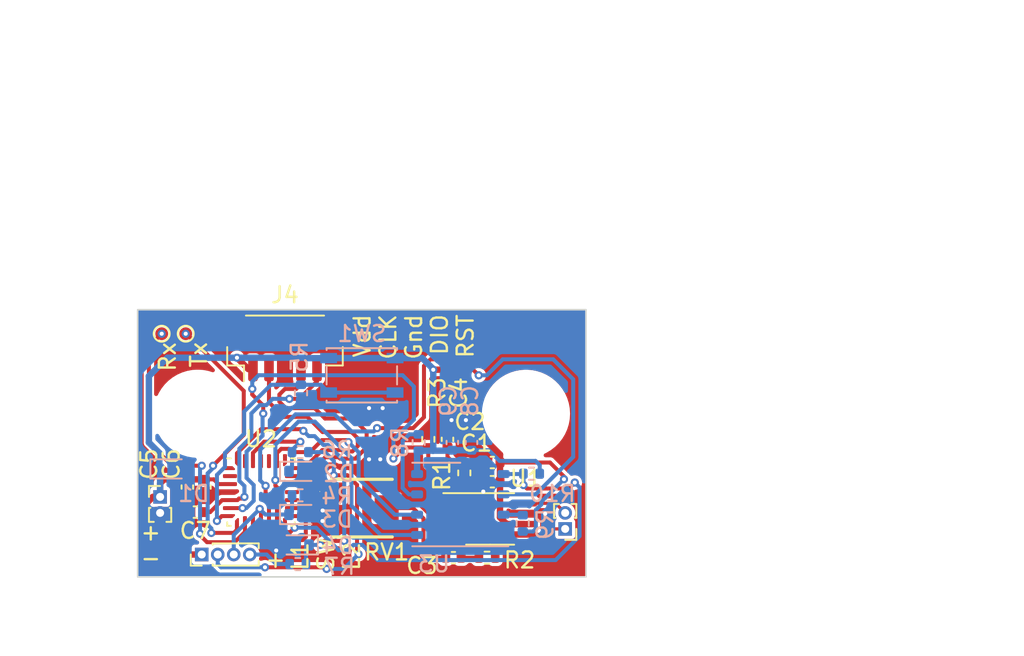
<source format=kicad_pcb>
(kicad_pcb (version 20221018) (generator pcbnew)
  (layers (0 "F.Cu" signal) (31 "B.Cu" signal) (34 "B.Paste" user) (35 "F.Paste" user) (36 "B.SilkS" user "B.Silkscreen") (37 "F.SilkS" user "F.Silkscreen") (38 "B.Mask" user) (39 "F.Mask" user) (44 "Edge.Cuts" user))
  (net 0 "")
  (net 1 "+BATT")
  (net 2 "GND")
  (net 3 "/Amp_In")
  (net 4 "Net-(C3-Pad2)")
  (net 5 "Net-(C4-Pad2)")
  (net 6 "/Reset")
  (net 7 "Net-(U1-IN+)")
  (net 8 "Net-(U1-IN-)")
  (net 9 "/Amp_SD")
  (net 10 "/SW2")
  (net 11 "/SW1")
  (net 13 "/Amp_Out+")
  (net 14 "/Amp_Out-")
  (net 17 "Net-(J2-Pin_2)")
  (net 18 "Net-(J2-Pin_4)")
  (net 19 "/LED1")
  (net 21 "/LED2")
  (net 25 "/SWDIO")
  (net 26 "/SWCLK")
  (net 31 "/UART_TX")
  (net 32 "/UART_RX")
  (net 34 "Net-(U3-IO3)")
  (net 35 "Net-(U3-IO2)")
  (net 36 "/CS")
  (net 37 "/SDI")
  (net 38 "/SDO")
  (net 39 "/SCK")
  (net 40 "Net-(C3-Pad1)")
  (footprint "Capacitor_SMD:C_0402_1005Metric" (layer "F.Cu") (at 123.6 62.65 180)
    (fp_text reference "C7")
    (fp_text value "100n")
  )
  (footprint "Library:npt_5mm" (layer "F.Cu") (at 123.75 56.5)
    (fp_text reference "REF**" hide)
    (fp_text value "npt_5mm")
  )
  (footprint "Capacitor_SMD:C_0402_1005Metric" (layer "F.Cu") (at 139.35 58.1 -90)
    (fp_text reference "C4")
    (fp_text value "1u")
  )
  (footprint "Package_DFN_QFN:QFN-28_4x4mm_P0.5mm" (layer "F.Cu") (at 127.7 61.4)
    (fp_text reference "U2")
    (fp_text value "STM32G071G8Ux")
  )
  (footprint "Library:npt_5mm" (layer "F.Cu") (at 144.25 56.5)
    (fp_text reference "REF**" hide)
    (fp_text value "npt_5mm")
  )
  (footprint "Library:TestPoint_Pad_D0.8mm" (layer "F.Cu") (at 121.5 51.5)
    (fp_text reference "TP2" hide)
    (fp_text value "TestPoint_Small")
  )
  (footprint "Resistor_SMD:R_0402_1005Metric" (layer "F.Cu") (at 140.4 60.2 -90)
    (fp_text reference "R1")
    (fp_text value "10k")
  )
  (footprint "Capacitor_SMD:C_0402_1005Metric" (layer "F.Cu") (at 124.2 61.0825 -90)
    (fp_text reference "C6")
    (fp_text value "100n")
  )
  (footprint "Package_SO:MSOP-8_3x3mm_P0.65mm" (layer "F.Cu") (at 142.0125 63.075)
    (fp_text reference "U1")
    (fp_text value "PAM8302AAD")
  )
  (footprint "Capacitor_SMD:C_0402_1005Metric" (layer "F.Cu") (at 142.15 59.55 180)
    (fp_text reference "C2")
    (fp_text value "1u")
  )
  (footprint "Connector_JST:JST_SH_BM05B-SRSS-TB_1x05-1MP_P1.00mm_Vertical" (layer "F.Cu") (at 129.2 52.375)
    (fp_text reference "J4")
    (fp_text value "JST SH")
  )
  (footprint "Connector_PinHeader_1.00mm:PinHeader_1x02_P1.00mm_Vertical" (layer "F.Cu") (at 121.4 61.7)
    (fp_text reference "J1" hide)
    (fp_text value "Conn_01x02")
  )
  (footprint "Connector_PinHeader_1.00mm:PinHeader_1x02_P1.00mm_Vertical" (layer "F.Cu") (at 146.7 63.7 180)
    (fp_text reference "J3" hide)
    (fp_text value "Speaker")
  )
  (footprint "Capacitor_SMD:C_0402_1005Metric" (layer "F.Cu") (at 142.15 60.75 180)
    (fp_text reference "C1")
    (fp_text value "10u")
  )
  (footprint "Connector_PinHeader_1.00mm:PinHeader_1x04_P1.00mm_Vertical" (layer "F.Cu") (at 124 65.3 90)
    (fp_text reference "J2" hide)
    (fp_text value "Conn_01x04")
  )
  (footprint "Capacitor_SMD:C_0402_1005Metric" (layer "F.Cu") (at 123.1 61.0825 -90)
    (fp_text reference "C5")
    (fp_text value "4.7u")
  )
  (footprint "Resistor_SMD:R_0402_1005Metric" (layer "F.Cu") (at 141.82 65.5)
    (fp_text reference "R2")
    (fp_text value "10k")
  )
  (footprint "Capacitor_SMD:C_0402_1005Metric" (layer "F.Cu") (at 139.72 65.5)
    (fp_text reference "C3")
    (fp_text value "1u")
  )
  (footprint "Library:TestPoint_Pad_D0.8mm" (layer "F.Cu") (at 123 51.5)
    (fp_text reference "TP1" hide)
    (fp_text value "TestPoint_Small")
  )
  (footprint "Library:TC33X2503E" (layer "F.Cu") (at 134 62.4 -90)
    (fp_text reference "RV1")
    (fp_text value "10k" hide)
  )
  (footprint "Resistor_SMD:R_0402_1005Metric" (layer "F.Cu") (at 138.15 58.1 -90)
    (fp_text reference "R3")
    (fp_text value "10k")
  )
  (footprint "Resistor_SMD:R_0402_1005Metric" (layer "B.Cu") (at 130.15 61.6 180)
    (fp_text reference "R4")
    (fp_text value "100k")
  )
  (footprint "Resistor_SMD:R_0402_1005Metric" (layer "B.Cu") (at 130 65.9 180)
    (fp_text reference "R7")
    (fp_text value "100")
  )
  (footprint "Resistor_SMD:R_0402_1005Metric" (layer "B.Cu") (at 144.05 63.35 90)
    (fp_text reference "R9")
    (fp_text value "10k")
  )
  (footprint "Diode_SMD:D_SOD-523" (layer "B.Cu") (at 130 64.7 180)
    (fp_text reference "D4")
    (fp_text value "ESD5Zxx")
  )
  (footprint "Capacitor_SMD:C_0402_1005Metric" (layer "B.Cu") (at 140.85 58.3 90)
    (fp_text reference "C8")
    (fp_text value "1u")
  )
  (footprint "Package_SON:WSON-8-1EP_6x5mm_P1.27mm_EP3.4x4.3mm" (layer "B.Cu") (at 140.15 62.175 180)
    (fp_text reference "U3")
    (fp_text value "W25Q32JVZP")
  )
  (footprint "Resistor_SMD:R_0402_1005Metric" (layer "B.Cu") (at 130.15 58.9 180)
    (fp_text reference "R6")
    (fp_text value "100")
  )
  (footprint "Diode_SMD:D_SOD-523" (layer "B.Cu") (at 130.15 62.8)
    (fp_text reference "D3")
    (fp_text value "ESD5Zxx")
  )
  (footprint "Resistor_SMD:R_0402_1005Metric" (layer "B.Cu") (at 137.55 58.3 -90)
    (fp_text reference "R8")
    (fp_text value "10k")
  )
  (footprint "Resistor_SMD:R_0402_1005Metric" (layer "B.Cu") (at 130.2 55.2 90)
    (fp_text reference "R5")
    (fp_text value "100k")
  )
  (footprint "Resistor_SMD:R_0402_1005Metric" (layer "B.Cu") (at 144.6 60.25)
    (fp_text reference "R10")
    (fp_text value "10k")
  )
  (footprint "Button_Switch_SMD:SW_SPST_PTS810" (layer "B.Cu") (at 134 54.1 180)
    (fp_text reference "SW1")
    (fp_text value "PTS810")
  )
  (footprint "Diode_SMD:D_SOD-523" (layer "B.Cu") (at 130.15 60.1)
    (fp_text reference "D2")
    (fp_text value "ESD5Zxx")
  )
  (footprint "Capacitor_SMD:C_0402_1005Metric" (layer "B.Cu") (at 139.65 58.3 90)
    (fp_text reference "C9")
    (fp_text value "100n")
  )
  (footprint "Diode_SMD:D_SOD-523" (layer "B.Cu") (at 122.05 59.95)
    (fp_text reference "D1")
    (fp_text value "ESD5Zxx")
  )
  (gr_rect (start 120 50) (end 148 66.7) (stroke (width 0.1)) (fill none) (layer "Edge.Cuts"))
  (gr_text "+\n-" (at 120.1 66.1) (layer "F.SilkS") (effects (font (size 1 1)) (justify left bottom)))
  (gr_text "Rx" (at 122.45 53.95 90) (layer "F.SilkS") (effects (font (size 1 1)) (justify left bottom)))
  (gr_text "Vdd\nCLK\nGnd\nDIO\nRST" (at 141.05 50.2 90) (layer "F.SilkS") (effects (font (size 1 1)) (justify right bottom)))
  (gr_text "+\nL1\nSW\nL2" (at 133.95 66.4 90) (layer "F.SilkS") (effects (font (size 1 1)) (justify left bottom)))
  (gr_text "Tx" (at 124.4 53.7 90) (layer "F.SilkS") (effects (font (size 1 1)) (justify left bottom)))
  (segment (start 127.2 53.7) (end 126.9 53.7) (width 0.4) (layer "F.Cu") (net 1))
  (segment (start 141.2 55.4) (end 141.2 57.62193) (width 0.4) (layer "F.Cu") (net 1))
  (segment (start 145.75 59.55) (end 142.63 59.55) (width 0.25) (layer "F.Cu") (net 1))
  (segment (start 125.7625 60.9) (end 125.05 60.9) (width 0.25) (layer "F.Cu") (net 1))
  (segment (start 146.623034 60.423034) (end 145.75 59.55) (width 0.25) (layer "F.Cu") (net 1))
  (segment (start 123.1 60.6025) (end 124.2 60.6025) (width 0.4) (layer "F.Cu") (net 1))
  (segment (start 120.95 61.7) (end 120.575 62.075) (width 0.4) (layer "F.Cu") (net 1))
  (segment (start 146.623034 60.594385) (end 146.623034 60.423034) (width 0.25) (layer "F.Cu") (net 1))
  (segment (start 142.63 59.05193) (end 142.63 59.55) (width 0.4) (layer "F.Cu") (net 1))
  (segment (start 125.05 60.9) (end 124.7525 60.6025) (width 0.25) (layer "F.Cu") (net 1))
  (segment (start 120.575 64.325) (end 121.55 65.3) (width 0.4) (layer "F.Cu") (net 1))
  (segment (start 121.6475 60.6025) (end 123.1 60.6025) (width 0.4) (layer "F.Cu") (net 1))
  (segment (start 121.4 61.7) (end 121.4 60.85) (width 0.4) (layer "F.Cu") (net 1))
  (segment (start 121.4 60.85) (end 121.6475 60.6025) (width 0.4) (layer "F.Cu") (net 1))
  (segment (start 138.46 53.75) (end 139.55 53.75) (width 0.4) (layer "F.Cu") (net 1))
  (segment (start 142.63 62.98) (end 142.63 60.75) (width 0.4) (layer "F.Cu") (net 1))
  (segment (start 121.55 65.3) (end 124 65.3) (width 0.4) (layer "F.Cu") (net 1))
  (segment (start 143.05 63.4) (end 142.63 62.98) (width 0.4) (layer "F.Cu") (net 1))
  (segment (start 126.9 53.7) (end 126.2 53) (width 0.4) (layer "F.Cu") (net 1))
  (segment (start 141.2 57.62193) (end 142.63 59.05193) (width 0.4) (layer "F.Cu") (net 1))
  (segment (start 139.55 53.75) (end 141.2 55.4) (width 0.4) (layer "F.Cu") (net 1))
  (segment (start 120.575 62.075) (end 120.575 64.325) (width 0.4) (layer "F.Cu") (net 1))
  (segment (start 121.4 61.7) (end 120.95 61.7) (width 0.4) (layer "F.Cu") (net 1))
  (segment (start 142.63 59.55) (end 142.63 60.75) (width 0.4) (layer "F.Cu") (net 1))
  (segment (start 124.7525 60.6025) (end 124.2 60.6025) (width 0.25) (layer "F.Cu") (net 1))
  (segment (start 144.125 63.4) (end 143.05 63.4) (width 0.4) (layer "F.Cu") (net 1))
  (via (at 146.623034 60.594385) (size 0.508) (drill 0.254) (layers "F.Cu" "B.Cu") (net 1))
  (via (at 126.2 53) (size 0.508) (drill 0.254) (layers "F.Cu" "B.Cu") (net 1))
  (via (at 138.46 53.75) (size 0.508) (drill 0.254) (layers "F.Cu" "B.Cu") (net 1))
  (segment (start 137.775 53.025) (end 138.46 53.71) (width 0.4) (layer "B.Cu") (net 1))
  (segment (start 144.85 59.45) (end 142.6 59.45) (width 0.25) (layer "B.Cu") (net 1))
  (segment (start 144.69 63.86) (end 144.05 63.86) (width 0.25) (layer "B.Cu") (net 1))
  (segment (start 142.6 59.45) (end 141.93 58.78) (width 0.25) (layer "B.Cu") (net 1))
  (segment (start 145.11 59.71) (end 144.85 59.45) (width 0.25) (layer "B.Cu") (net 1))
  (segment (start 138.46 58.8) (end 138.45 58.81) (width 0.4) (layer "B.Cu") (net 1))
  (segment (start 145.11 60.25) (end 145.11 59.71) (width 0.25) (layer "B.Cu") (net 1))
  (segment (start 145.21017 62.171) (end 144.871 62.51017) (width 0.25) (layer "B.Cu") (net 1))
  (segment (start 130.475 53.025) (end 130.45 53) (width 0.4) (layer "B.Cu") (net 1))
  (segment (start 121.4 60) (end 121.35 59.95) (width 0.4) (layer "B.Cu") (net 1))
  (segment (start 136.075 53.025) (end 137.775 53.025) (width 0.4) (layer "B.Cu") (net 1))
  (segment (start 120.7 58.3) (end 121.35 58.95) (width 0.4) (layer "B.Cu") (net 1))
  (segment (start 138.46 53.75) (end 138.46 58.8) (width 0.4) (layer "B.Cu") (net 1))
  (segment (start 145.21017 62.007249) (end 145.21017 62.171) (width 0.25) (layer "B.Cu") (net 1))
  (segment (start 121.4 61.7) (end 121.4 60) (width 0.4) (layer "B.Cu") (net 1))
  (segment (start 137.55 58.81) (end 138.45 58.81) (width 0.4) (layer "B.Cu") (net 1))
  (segment (start 144.871 63.679) (end 144.69 63.86) (width 0.25) (layer "B.Cu") (net 1))
  (segment (start 121.85 53) (end 120.7 54.15) (width 0.4) (layer "B.Cu") (net 1))
  (segment (start 139.62 58.81) (end 139.65 58.78) (width 0.4) (layer "B.Cu") (net 1))
  (segment (start 121.35 58.95) (end 121.35 59.95) (width 0.4) (layer "B.Cu") (net 1))
  (segment (start 138.46 53.71) (end 138.46 53.75) (width 0.4) (layer "B.Cu") (net 1))
  (segment (start 131.925 53.025) (end 130.475 53.025) (width 0.4) (layer "B.Cu") (net 1))
  (segment (start 140.85 58.78) (end 139.65 58.78) (width 0.4) (layer "B.Cu") (net 1))
  (segment (start 136.075 53.025) (end 131.925 53.025) (width 0.4) (layer "B.Cu") (net 1))
  (segment (start 137.45 60.27) (end 137.45 58.91) (width 0.4) (layer "B.Cu") (net 1))
  (segment (start 141.93 58.78) (end 140.85 58.78) (width 0.25) (layer "B.Cu") (net 1))
  (segment (start 137.45 58.91) (end 137.55 58.81) (width 0.4) (layer "B.Cu") (net 1))
  (segment (start 146.623034 60.594385) (end 145.21017 62.007249) (width 0.25) (layer "B.Cu") (net 1))
  (segment (start 144.871 62.51017) (end 144.871 63.679) (width 0.25) (layer "B.Cu") (net 1))
  (segment (start 138.45 58.81) (end 139.62 58.81) (width 0.4) (layer "B.Cu") (net 1))
  (segment (start 120.7 54.15) (end 120.7 58.3) (width 0.4) (layer "B.Cu") (net 1))
  (segment (start 130.45 53) (end 121.85 53) (width 0.4) (layer "B.Cu") (net 1))
  (segment (start 121.4 62.7) (end 123.07 62.7) (width 0.4) (layer "F.Cu") (net 2))
  (segment (start 125.7625 61.4) (end 124.3625 61.4) (width 0.25) (layer "F.Cu") (net 2))
  (segment (start 123.1 62.63) (end 123.12 62.65) (width 0.4) (layer "F.Cu") (net 2))
  (segment (start 123.1 61.5625) (end 124.2 61.5625) (width 0.4) (layer "F.Cu") (net 2))
  (segment (start 144.125 62.75) (end 145.45 62.75) (width 0.25) (layer "F.Cu") (net 2))
  (segment (start 124.3625 61.4) (end 124.2 61.5625) (width 0.25) (layer "F.Cu") (net 2))
  (segment (start 123.07 62.7) (end 123.12 62.65) (width 0.4) (layer "F.Cu") (net 2))
  (segment (start 141.67 59.55) (end 141.67 60.75) (width 0.4) (layer "F.Cu") (net 2))
  (segment (start 123.1 61.5625) (end 123.1 62.63) (width 0.4) (layer "F.Cu") (net 2))
  (segment (start 141.584062 61.365938) (end 141.67 61.28) (width 0.4) (layer "F.Cu") (net 2))
  (segment (start 141.67 61.28) (end 141.67 60.75) (width 0.4) (layer "F.Cu") (net 2))
  (via (at 135.3 56.15) (size 0.508) (drill 0.254) (layers "F.Cu" "B.Cu") (net 2))
  (via (at 141.584062 61.365938) (size 0.508) (drill 0.254) (layers "F.Cu" "B.Cu") (net 2))
  (via (at 134.45 56.15) (size 0.508) (drill 0.254) (layers "F.Cu" "B.Cu") (net 2))
  (via (at 139.6 56.9) (size 0.508) (drill 0.254) (layers "F.Cu" "B.Cu") (net 2))
  (via (at 128.65 65.05) (size 0.508) (drill 0.254) (layers "F.Cu" "B.Cu") (net 2))
  (via (at 131.55 62.55) (size 0.508) (drill 0.254) (layers "F.Cu" "B.Cu") (net 2))
  (via (at 140.5 56.9) (size 0.508) (drill 0.254) (layers "F.Cu" "B.Cu") (net 2))
  (via (at 145.45 62.75) (size 0.508) (drill 0.254) (layers "F.Cu" "B.Cu") (net 2))
  (via (at 135.15 59.35) (size 0.508) (drill 0.254) (layers "F.Cu" "B.Cu") (net 2))
  (via (at 134.45 59.35) (size 0.508) (drill 0.254) (layers "F.Cu" "B.Cu") (net 2))
  (via (at 131.54197 63.205395) (size 0.508) (drill 0.254) (layers "F.Cu" "B.Cu") (net 2))
  (segment (start 130.85 61.41) (end 130.66 61.6) (width 0.25) (layer "B.Cu") (net 2))
  (segment (start 130.85 60.1) (end 130.85 61.41) (width 0.25) (layer "B.Cu") (net 2))
  (segment (start 142.055 64.08) (end 140.15 62.175) (width 0.4) (layer "B.Cu") (net 2))
  (segment (start 130.66 61.6) (end 130.66 62.61) (width 0.25) (layer "B.Cu") (net 2))
  (segment (start 142.85 64.08) (end 142.055 64.08) (width 0.4) (layer "B.Cu") (net 2))
  (segment (start 139.65 57.82) (end 140.85 57.82) (width 0.25) (layer "B.Cu") (net 2))
  (segment (start 130.66 62.61) (end 130.85 62.8) (width 0.25) (layer "B.Cu") (net 2))
  (segment (start 127.2 63.3375) (end 127.2 64.1) (width 0.25) (layer "F.Cu") (net 3))
  (segment (start 130.5 61.9) (end 131 61.4) (width 0.25) (layer "F.Cu") (net 3))
  (segment (start 127.5 64.4) (end 130.3 64.4) (width 0.25) (layer "F.Cu") (net 3))
  (segment (start 131 61.4) (end 132.3 61.4) (width 0.25) (layer "F.Cu") (net 3))
  (segment (start 127.2 64.1) (end 127.5 64.4) (width 0.25) (layer "F.Cu") (net 3))
  (segment (start 130.5 64.2) (end 130.5 61.9) (width 0.25) (layer "F.Cu") (net 3))
  (segment (start 130.3 64.4) (end 130.5 64.2) (width 0.25) (layer "F.Cu") (net 3))
  (segment (start 140.2 65.5) (end 141.31 65.5) (width 0.25) (layer "F.Cu") (net 4))
  (segment (start 139.35 58.58) (end 139.35 59.2) (width 0.25) (layer "F.Cu") (net 5))
  (segment (start 139.84 59.69) (end 140.4 59.69) (width 0.25) (layer "F.Cu") (net 5))
  (segment (start 139.35 59.2) (end 139.84 59.69) (width 0.25) (layer "F.Cu") (net 5))
  (segment (start 126.23117 61.9) (end 125.7625 61.9) (width 0.25) (layer "F.Cu") (net 6))
  (segment (start 131.2 54.474999) (end 131.2 53.7) (width 0.25) (layer "F.Cu") (net 6))
  (segment (start 126.568437 61.8) (end 126.33117 61.8) (width 0.25) (layer "F.Cu") (net 6))
  (segment (start 125.27526 61.9) (end 124.52526 62.65) (width 0.25) (layer "F.Cu") (net 6))
  (segment (start 126.33117 61.8) (end 126.23117 61.9) (width 0.25) (layer "F.Cu") (net 6))
  (segment (start 129.4741 55.571266) (end 130.103733 55.571266) (width 0.25) (layer "F.Cu") (net 6))
  (segment (start 129.4741 55.571266) (end 129.4811 55.578266) (width 0.25) (layer "F.Cu") (net 6))
  (segment (start 130.103733 55.571266) (end 131.2 54.474999) (width 0.25) (layer "F.Cu") (net 6))
  (segment (start 124.52526 62.65) (end 124.08 62.65) (width 0.25) (layer "F.Cu") (net 6))
  (segment (start 126.666313 61.702124) (end 126.568437 61.8) (width 0.25) (layer "F.Cu") (net 6))
  (segment (start 125.7625 61.9) (end 125.27526 61.9) (width 0.25) (layer "F.Cu") (net 6))
  (via (at 129.4741 55.571266) (size 0.508) (drill 0.254) (layers "F.Cu" "B.Cu") (net 6))
  (via (at 126.666313 61.702124) (size 0.508) (drill 0.254) (layers "F.Cu" "B.Cu") (net 6))
  (segment (start 128.428734 55.571266) (end 128.040536 55.959464) (width 0.25) (layer "B.Cu") (net 6))
  (segment (start 128.040536 55.959464) (end 127.62075 55.959464) (width 0.25) (layer "B.Cu") (net 6))
  (segment (start 127.1 56.480214) (end 127.1 57.936396) (width 0.25) (layer "B.Cu") (net 6))
  (segment (start 127.62075 55.959464) (end 127.1 56.480214) (width 0.25) (layer "B.Cu") (net 6))
  (segment (start 129.4741 55.571266) (end 128.428734 55.571266) (width 0.25) (layer "B.Cu") (net 6))
  (segment (start 126.35 58.686396) (end 126.35 60.7) (width 0.25) (layer "B.Cu") (net 6))
  (segment (start 126.666313 61.016313) (end 126.666313 61.702124) (width 0.25) (layer "B.Cu") (net 6))
  (segment (start 127.1 57.936396) (end 126.35 58.686396) (width 0.25) (layer "B.Cu") (net 6))
  (segment (start 126.35 60.7) (end 126.666313 61.016313) (width 0.25) (layer "B.Cu") (net 6))
  (segment (start 140.4 60.71) (end 140.4 61) (width 0.25) (layer "F.Cu") (net 7))
  (segment (start 140.4 61) (end 141.65 62.25) (width 0.25) (layer "F.Cu") (net 7))
  (segment (start 141.65 62.25) (end 141.65 63.1) (width 0.25) (layer "F.Cu") (net 7))
  (segment (start 141.35 63.4) (end 139.9 63.4) (width 0.25) (layer "F.Cu") (net 7))
  (segment (start 141.65 63.1) (end 141.35 63.4) (width 0.25) (layer "F.Cu") (net 7))
  (segment (start 141.45 64.05) (end 139.9 64.05) (width 0.25) (layer "F.Cu") (net 8))
  (segment (start 142.33 64.93) (end 141.45 64.05) (width 0.25) (layer "F.Cu") (net 8))
  (segment (start 142.33 65.5) (end 142.33 64.93) (width 0.25) (layer "F.Cu") (net 8))
  (segment (start 138.15 58.61) (end 138.15 59.7) (width 0.25) (layer "F.Cu") (net 9))
  (segment (start 127.840864 55.990864) (end 127.840864 56.490864) (width 0.25) (layer "F.Cu") (net 9))
  (segment (start 138.75 62.1) (end 139.9 62.1) (width 0.25) (layer "F.Cu") (net 9))
  (segment (start 125.7625 62.4) (end 126.55 62.4) (width 0.25) (layer "F.Cu") (net 9))
  (segment (start 138.6 60.15) (end 138.6 61.95) (width 0.25) (layer "F.Cu") (net 9))
  (segment (start 127.155511 55.305511) (end 127.840864 55.990864) (width 0.25) (layer "F.Cu") (net 9))
  (segment (start 127.155511 54.95) (end 127.155511 55.305511) (width 0.25) (layer "F.Cu") (net 9))
  (segment (start 138.15 59.7) (end 138.6 60.15) (width 0.25) (layer "F.Cu") (net 9))
  (segment (start 136.6615 58.61) (end 135.9715 59.3) (width 0.25) (layer "F.Cu") (net 9))
  (segment (start 138.6 61.95) (end 138.75 62.1) (width 0.25) (layer "F.Cu") (net 9))
  (segment (start 136.6615 58.61) (end 138.15 58.61) (width 0.25) (layer "F.Cu") (net 9))
  (via (at 127.840864 56.490864) (size 0.508) (drill 0.254) (layers "F.Cu" "B.Cu") (net 9))
  (via (at 135.9715 59.3) (size 0.508) (drill 0.254) (layers "F.Cu" "B.Cu") (net 9))
  (via (at 127.155511 54.95) (size 0.508) (drill 0.254) (layers "F.Cu" "B.Cu") (net 9))
  (via (at 126.55 62.4) (size 0.508) (drill 0.254) (layers "F.Cu" "B.Cu") (net 9))
  (segment (start 127.245313 61.941954) (end 127.245313 60.958917) (width 0.25) (layer "B.Cu") (net 9))
  (segment (start 137.25 56.863604) (end 135.9715 58.142104) (width 0.25) (layer "B.Cu") (net 9))
  (segment (start 135.9715 58.142104) (end 135.9715 59.3) (width 0.25) (layer "B.Cu") (net 9))
  (segment (start 126.55 62.4) (end 126.787267 62.4) (width 0.25) (layer "B.Cu") (net 9))
  (segment (start 127.8 56.45) (end 127.840864 56.490864) (width 0.25) (layer "B.Cu") (net 9))
  (segment (start 127.245313 60.958917) (end 126.8 60.513604) (width 0.25) (layer "B.Cu") (net 9))
  (segment (start 127.554194 54.095) (end 136.545 54.095) (width 0.25) (layer "B.Cu") (net 9))
  (segment (start 126.8 58.872792) (end 127.8 57.872792) (width 0.25) (layer "B.Cu") (net 9))
  (segment (start 127.155511 54.95) (end 127.155511 54.493683) (width 0.25) (layer "B.Cu") (net 9))
  (segment (start 127.8 57.872792) (end 127.8 56.45) (width 0.25) (layer "B.Cu") (net 9))
  (segment (start 137.25 54.8) (end 137.25 56.863604) (width 0.25) (layer "B.Cu") (net 9))
  (segment (start 126.8 60.513604) (end 126.8 58.872792) (width 0.25) (layer "B.Cu") (net 9))
  (segment (start 127.155511 54.493683) (end 127.554194 54.095) (width 0.25) (layer "B.Cu") (net 9))
  (segment (start 126.787267 62.4) (end 127.245313 61.941954) (width 0.25) (layer "B.Cu") (net 9))
  (segment (start 136.545 54.095) (end 137.25 54.8) (width 0.25) (layer "B.Cu") (net 9))
  (segment (start 127.6215 62.451711) (end 127.7 62.530211) (width 0.25) (layer "F.Cu") (net 10))
  (segment (start 127.7 62.530211) (end 127.7 63.3375) (width 0.25) (layer "F.Cu") (net 10))
  (via (at 127.6215 62.451711) (size 0.508) (drill 0.254) (layers "F.Cu" "B.Cu") (net 10))
  (segment (start 127.969789 62.8) (end 129.45 62.8) (width 0.25) (layer "B.Cu") (net 10))
  (segment (start 127.6215 62.451711) (end 127.969789 62.8) (width 0.25) (layer "B.Cu") (net 10))
  (segment (start 126 64.073211) (end 126 65.3) (width 0.25) (layer "B.Cu") (net 10))
  (segment (start 127.6215 62.451711) (end 126 64.073211) (width 0.25) (layer "B.Cu") (net 10))
  (segment (start 129.64 61.6) (end 129.64 62.61) (width 0.25) (layer "B.Cu") (net 10))
  (segment (start 129.64 62.61) (end 129.45 62.8) (width 0.25) (layer "B.Cu") (net 10))
  (segment (start 125.7025 62.9) (end 125.25 62.9) (width 0.25) (layer "F.Cu") (net 11))
  (segment (start 125.25 62.9) (end 124.95 63.2) (width 0.25) (layer "F.Cu") (net 11))
  (via (at 124.95 63.2) (size 0.508) (drill 0.254) (layers "F.Cu" "B.Cu") (net 11))
  (segment (start 126.65 56.361134) (end 128.321134 54.69) (width 0.25) (layer "B.Cu") (net 11))
  (segment (start 131.44 54.69) (end 131.925 55.175) (width 0.25) (layer "B.Cu") (net 11))
  (segment (start 125.45 59.826333) (end 125.45 58.95) (width 0.25) (layer "B.Cu") (net 11))
  (segment (start 124.95 60.326333) (end 125.45 59.826333) (width 0.25) (layer "B.Cu") (net 11))
  (segment (start 124.95 63.2) (end 124.95 60.326333) (width 0.25) (layer "B.Cu") (net 11))
  (segment (start 126.65 57.75) (end 126.65 56.361134) (width 0.25) (layer "B.Cu") (net 11))
  (segment (start 130.2 54.69) (end 131.44 54.69) (width 0.25) (layer "B.Cu") (net 11))
  (segment (start 131.925 55.175) (end 136.075 55.175) (width 0.25) (layer "B.Cu") (net 11))
  (segment (start 125.45 58.95) (end 126.65 57.75) (width 0.25) (layer "B.Cu") (net 11))
  (segment (start 128.321134 54.69) (end 130.2 54.69) (width 0.25) (layer "B.Cu") (net 11))
  (segment (start 144.125 64.05) (end 145.5 64.05) (width 0.2) (layer "F.Cu") (net 13))
  (segment (start 145.85 63.7) (end 146.7 63.7) (width 0.2) (layer "F.Cu") (net 13))
  (segment (start 145.5 64.05) (end 145.85 63.7) (width 0.2) (layer "F.Cu") (net 13))
  (segment (start 146.1 62.1) (end 146.7 62.7) (width 0.2) (layer "F.Cu") (net 14))
  (segment (start 144.125 62.1) (end 146.1 62.1) (width 0.2) (layer "F.Cu") (net 14))
  (segment (start 133.096498 60.346498) (end 133.7 60.95) (width 0.25) (layer "F.Cu") (net 17))
  (segment (start 133.7 60.95) (end 133.7 65.183272) (width 0.25) (layer "F.Cu") (net 17))
  (segment (start 131.8 66.2) (end 131.7 66.1) (width 0.25) (layer "F.Cu") (net 17))
  (segment (start 133.7 65.183272) (end 133.795228 65.2785) (width 0.25) (layer "F.Cu") (net 17))
  (segment (start 131.7 66.1) (end 127.95 66.1) (width 0.25) (layer "F.Cu") (net 17))
  (segment (start 132.25 60.346498) (end 133.096498 60.346498) (width 0.25) (layer "F.Cu") (net 17))
  (via (at 131.8 66.2) (size 0.508) (drill 0.254) (layers "F.Cu" "B.Cu") (net 17))
  (via (at 127.95 66.1) (size 0.508) (drill 0.254) (layers "F.Cu" "B.Cu") (net 17))
  (via (at 133.795228 65.2785) (size 0.508) (drill 0.254) (layers "F.Cu" "B.Cu") (net 17))
  (via (at 132.25 60.346498) (size 0.508) (drill 0.254) (layers "F.Cu" "B.Cu") (net 17))
  (segment (start 125 65.90104) (end 125.19896 66.1) (width 0.25) (layer "B.Cu") (net 17))
  (segment (start 132.873728 66.2) (end 133.795228 65.2785) (width 0.25) (layer "B.Cu") (net 17))
  (segment (start 132.25 59.45) (end 131.7 58.9) (width 0.25) (layer "B.Cu") (net 17))
  (segment (start 125 65.3) (end 125 65.90104) (width 0.25) (layer "B.Cu") (net 17))
  (segment (start 132.25 60.346498) (end 132.25 59.45) (width 0.25) (layer "B.Cu") (net 17))
  (segment (start 131.7 58.9) (end 130.66 58.9) (width 0.25) (layer "B.Cu") (net 17))
  (segment (start 125.19896 66.1) (end 127.95 66.1) (width 0.25) (layer "B.Cu") (net 17))
  (segment (start 131.8 66.2) (end 132.873728 66.2) (width 0.25) (layer "B.Cu") (net 17))
  (segment (start 127 65.3) (end 128.05 65.3) (width 0.25) (layer "B.Cu") (net 18))
  (segment (start 128.65 65.9) (end 129.49 65.9) (width 0.25) (layer "B.Cu") (net 18))
  (segment (start 128.05 65.3) (end 128.65 65.9) (width 0.25) (layer "B.Cu") (net 18))
  (segment (start 130.158989 58.252731) (end 130.15255 58.246292) (width 0.25) (layer "F.Cu") (net 19))
  (segment (start 127.2 58.95) (end 127.2 59.4625) (width 0.25) (layer "F.Cu") (net 19))
  (segment (start 130.15255 58.246292) (end 127.903708 58.246292) (width 0.25) (layer "F.Cu") (net 19))
  (segment (start 127.903708 58.246292) (end 127.2 58.95) (width 0.25) (layer "F.Cu") (net 19))
  (via (at 130.158989 58.252731) (size 0.508) (drill 0.254) (layers "F.Cu" "B.Cu") (net 19))
  (segment (start 129.64 58.77172) (end 129.64 58.9) (width 0.25) (layer "B.Cu") (net 19))
  (segment (start 129.64 59.91) (end 129.45 60.1) (width 0.25) (layer "B.Cu") (net 19))
  (segment (start 129.64 58.9) (end 129.64 59.91) (width 0.25) (layer "B.Cu") (net 19))
  (segment (start 130.158989 58.252731) (end 129.64 58.77172) (width 0.25) (layer "B.Cu") (net 19))
  (segment (start 130.246186 57.467686) (end 127.707574 57.467686) (width 0.25) (layer "F.Cu") (net 21))
  (segment (start 131.646498 64.453502) (end 131.4 64.7) (width 0.25) (layer "F.Cu") (net 21))
  (segment (start 127.707574 57.467686) (end 126.2 58.97526) (width 0.25) (layer "F.Cu") (net 21))
  (segment (start 130.35 57.5715) (end 130.246186 57.467686) (width 0.25) (layer "F.Cu") (net 21))
  (segment (start 126.2 58.97526) (end 126.2 59.4025) (width 0.25) (layer "F.Cu") (net 21))
  (segment (start 132.9 64.453502) (end 131.646498 64.453502) (width 0.25) (layer "F.Cu") (net 21))
  (via (at 131.4 64.7) (size 0.508) (drill 0.254) (layers "F.Cu" "B.Cu") (net 21))
  (via (at 132.9 64.453502) (size 0.508) (drill 0.254) (layers "F.Cu" "B.Cu") (net 21))
  (via (at 130.35 57.5715) (size 0.508) (drill 0.254) (layers "F.Cu" "B.Cu") (net 21))
  (segment (start 130.51 64.89) (end 130.7 64.7) (width 0.25) (layer "B.Cu") (net 21))
  (segment (start 130.6785 57.9) (end 131.05 57.9) (width 0.25) (layer "B.Cu") (net 21))
  (segment (start 130.51 65.9) (end 130.51 64.89) (width 0.25) (layer "B.Cu") (net 21))
  (segment (start 132.9 59.463604) (end 132.9 64.453502) (width 0.25) (layer "B.Cu") (net 21))
  (segment (start 131.6 58.45) (end 131.886396 58.45) (width 0.25) (layer "B.Cu") (net 21))
  (segment (start 131.886396 58.45) (end 132.9 59.463604) (width 0.25) (layer "B.Cu") (net 21))
  (segment (start 130.35 57.5715) (end 130.6785 57.9) (width 0.25) (layer "B.Cu") (net 21))
  (segment (start 131.4 64.7) (end 130.7 64.7) (width 0.25) (layer "B.Cu") (net 21))
  (segment (start 131.05 57.9) (end 131.6 58.45) (width 0.25) (layer "B.Cu") (net 21))
  (segment (start 129.25 56.15) (end 131.05 56.15) (width 0.25) (layer "F.Cu") (net 25))
  (segment (start 131.05 56.15) (end 131.7 56.8) (width 0.25) (layer "F.Cu") (net 25))
  (segment (start 130.2 54.65) (end 129.9 54.95) (width 0.25) (layer "F.Cu") (net 25))
  (segment (start 131.7 56.8) (end 133.45 56.8) (width 0.25) (layer "F.Cu") (net 25))
  (segment (start 134.3 57.65) (end 134.3 58.602284) (width 0.25) (layer "F.Cu") (net 25))
  (segment (start 133.595213 59.307071) (end 132.647401 59.307071) (width 0.25) (layer "F.Cu") (net 25))
  (segment (start 129.9 54.95) (end 129.2 54.95) (width 0.25) (layer "F.Cu") (net 25))
  (segment (start 132.56133 59.221) (end 131.715396 59.221) (width 0.25) (layer "F.Cu") (net 25))
  (segment (start 134.3 58.602284) (end 133.595213 59.307071) (width 0.25) (layer "F.Cu") (net 25))
  (segment (start 133.45 56.8) (end 134.3 57.65) (width 0.25) (layer "F.Cu") (net 25))
  (segment (start 130.2 53.7) (end 130.2 54.65) (width 0.25) (layer "F.Cu") (net 25))
  (segment (start 129.2 54.95) (end 128.85 55.3) (width 0.25) (layer "F.Cu") (net 25))
  (segment (start 131.715396 59.221) (end 130.536396 60.4) (width 0.25) (layer "F.Cu") (net 25))
  (segment (start 128.85 55.75) (end 129.25 56.15) (width 0.25) (layer "F.Cu") (net 25))
  (segment (start 132.647401 59.307071) (end 132.56133 59.221) (width 0.25) (layer "F.Cu") (net 25))
  (segment (start 130.536396 60.4) (end 129.6375 60.4) (width 0.25) (layer "F.Cu") (net 25))
  (segment (start 128.85 55.3) (end 128.85 55.75) (width 0.25) (layer "F.Cu") (net 25))
  (segment (start 130.4 59.9) (end 131.529 58.771) (width 0.25) (layer "F.Cu") (net 26))
  (segment (start 131.529 58.771) (end 132.747726 58.771) (width 0.25) (layer "F.Cu") (net 26))
  (segment (start 128.2 55.782607) (end 128.2 53.7) (width 0.25) (layer "F.Cu") (net 26))
  (segment (start 128.528746 56.109666) (end 128.527059 56.109666) (width 0.25) (layer "F.Cu") (net 26))
  (segment (start 129.6975 59.9) (end 130.4 59.9) (width 0.25) (layer "F.Cu") (net 26))
  (segment (start 130.6 56.7) (end 129.11908 56.7) (width 0.25) (layer "F.Cu") (net 26))
  (segment (start 128.527059 56.109666) (end 128.2 55.782607) (width 0.25) (layer "F.Cu") (net 26))
  (segment (start 132.833797 58.857071) (end 133.408817 58.857071) (width 0.25) (layer "F.Cu") (net 26))
  (segment (start 133.747987 58.517901) (end 133.747987 58.038241) (width 0.25) (layer "F.Cu") (net 26))
  (segment (start 129.11908 56.7) (end 128.528746 56.109666) (width 0.25) (layer "F.Cu") (net 26))
  (segment (start 132.747726 58.771) (end 132.833797 58.857071) (width 0.25) (layer "F.Cu") (net 26))
  (segment (start 133.747987 58.038241) (end 133.35 57.640254) (width 0.25) (layer "F.Cu") (net 26))
  (segment (start 133.35 57.640254) (end 131.540254 57.640254) (width 0.25) (layer "F.Cu") (net 26))
  (segment (start 133.408817 58.857071) (end 133.747987 58.517901) (width 0.25) (layer "F.Cu") (net 26))
  (segment (start 131.540254 57.640254) (end 130.6 56.7) (width 0.25) (layer "F.Cu") (net 26))
  (segment (start 126.2 63.75) (end 126.2 63.3975) (width 0.25) (layer "F.Cu") (net 31))
  (segment (start 126.625 57.825) (end 126.625 55.075) (width 0.25) (layer "F.Cu") (net 31))
  (segment (start 124.707503 59.75) (end 124.707503 59.742497) (width 0.25) (layer "F.Cu") (net 31))
  (segment (start 126.625 55.075) (end 123.05 51.5) (width 0.25) (layer "F.Cu") (net 31))
  (segment (start 124.6 63.95) (end 126 63.95) (width 0.25) (layer "F.Cu") (net 31))
  (segment (start 126 63.95) (end 126.2 63.75) (width 0.25) (layer "F.Cu") (net 31))
  (segment (start 123.05 51.5) (end 123 51.5) (width 0.25) (layer "F.Cu") (net 31))
  (segment (start 124.707503 59.742497) (end 126.625 57.825) (width 0.25) (layer "F.Cu") (net 31))
  (via (at 124.707503 59.75) (size 0.508) (drill 0.254) (layers "F.Cu" "B.Cu") (net 31))
  (via (at 124.6 63.95) (size 0.508) (drill 0.254) (layers "F.Cu" "B.Cu") (net 31))
  (via (at 123 51.5) (size 0.508) (drill 0.254) (layers "F.Cu" "B.Cu") (net 31))
  (segment (start 124.707503 59.892497) (end 124.707503 59.75) (width 0.25) (layer "B.Cu") (net 31))
  (segment (start 124.371 60.229) (end 124.707503 59.892497) (width 0.25) (layer "B.Cu") (net 31))
  (segment (start 124.6 63.66883) (end 124.371 63.43983) (width 0.25) (layer "B.Cu") (net 31))
  (segment (start 124.6 63.95) (end 124.6 63.66883) (width 0.25) (layer "B.Cu") (net 31))
  (segment (start 124.371 63.43983) (end 124.371 60.229) (width 0.25) (layer "B.Cu") (net 31))
  (segment (start 124.329 64.529) (end 123.894296 64.094296) (width 0.25) (layer "F.Cu") (net 32))
  (segment (start 126.057396 64.529) (end 124.329 64.529) (width 0.25) (layer "F.Cu") (net 32))
  (segment (start 120.7 52.3) (end 121.5 51.5) (width 0.25) (layer "F.Cu") (net 32))
  (segment (start 120.7 58.3) (end 120.7 52.3) (width 0.25) (layer "F.Cu") (net 32))
  (segment (start 123.894296 64.094296) (end 123.894296 64.000407) (width 0.25) (layer "F.Cu") (net 32))
  (segment (start 126.7 63.3375) (end 126.7 63.886396) (width 0.25) (layer "F.Cu") (net 32))
  (segment (start 124 59.75) (end 122.15 59.75) (width 0.25) (layer "F.Cu") (net 32))
  (segment (start 126.7 63.886396) (end 126.057396 64.529) (width 0.25) (layer "F.Cu") (net 32))
  (segment (start 122.15 59.75) (end 120.7 58.3) (width 0.25) (layer "F.Cu") (net 32))
  (via (at 123.894296 64.000407) (size 0.508) (drill 0.254) (layers "F.Cu" "B.Cu") (net 32))
  (via (at 124 59.75) (size 0.508) (drill 0.254) (layers "F.Cu" "B.Cu") (net 32))
  (via (at 121.5 51.5) (size 0.508) (drill 0.254) (layers "F.Cu" "B.Cu") (net 32))
  (segment (start 123.894296 64.000407) (end 123.894296 59.855704) (width 0.25) (layer "B.Cu") (net 32))
  (segment (start 123.894296 59.855704) (end 124 59.75) (width 0.25) (layer "B.Cu") (net 32))
  (segment (start 136.94 61.54) (end 136.55 61.15) (width 0.25) (layer "B.Cu") (net 34))
  (segment (start 136.96 57.79) (end 137.55 57.79) (width 0.25) (layer "B.Cu") (net 34))
  (segment (start 136.55 61.15) (end 136.55 58.2) (width 0.25) (layer "B.Cu") (net 34))
  (segment (start 137.45 61.54) (end 136.94 61.54) (width 0.25) (layer "B.Cu") (net 34))
  (segment (start 136.55 58.2) (end 136.96 57.79) (width 0.25) (layer "B.Cu") (net 34))
  (segment (start 144.02 62.81) (end 144.05 62.84) (width 0.25) (layer "B.Cu") (net 35))
  (segment (start 142.85 62.81) (end 144.02 62.81) (width 0.25) (layer "B.Cu") (net 35))
  (segment (start 129.2 63.3975) (end 129.2 63.85) (width 0.25) (layer "F.Cu") (net 36))
  (segment (start 129.2 63.85) (end 129.25 63.9) (width 0.25) (layer "F.Cu") (net 36))
  (segment (start 147.3 60.8) (end 146.926615 61.173385) (width 0.25) (layer "F.Cu") (net 36))
  (segment (start 129.25 63.9) (end 129.528971 63.9) (width 0.25) (layer "F.Cu") (net 36))
  (segment (start 129.528971 63.9) (end 129.802257 63.626714) (width 0.25) (layer "F.Cu") (net 36))
  (segment (start 144.311885 61.173385) (end 144.1 60.9615) (width 0.25) (layer "F.Cu") (net 36))
  (segment (start 146.926615 61.173385) (end 144.311885 61.173385) (width 0.25) (layer "F.Cu") (net 36))
  (via (at 129.802257 63.626714) (size 0.508) (drill 0.254) (layers "F.Cu" "B.Cu") (net 36))
  (via (at 147.3 60.8) (size 0.508) (drill 0.254) (layers "F.Cu" "B.Cu") (net 36))
  (via (at 144.1 60.9615) (size 0.508) (drill 0.254) (layers "F.Cu" "B.Cu") (net 36))
  (segment (start 146.1 65.65) (end 147.6 64.15) (width 0.25) (layer "B.Cu") (net 36))
  (segment (start 144.1 60.9615) (end 144.1 60.26) (width 0.25) (layer "B.Cu") (net 36))
  (segment (start 144.1 60.26) (end 144.09 60.25) (width 0.25) (layer "B.Cu") (net 36))
  (segment (start 144.07 60.27) (end 144.09 60.25) (width 0.25) (layer "B.Cu") (net 36))
  (segment (start 134.035058 64.6995) (end 134.985558 65.65) (width 0.25) (layer "B.Cu") (net 36))
  (segment (start 133.13983 65.032502) (end 133.472832 64.6995) (width 0.25) (layer "B.Cu") (net 36))
  (segment (start 147.6 61.1) (end 147.3 60.8) (width 0.25) (layer "B.Cu") (net 36))
  (segment (start 142.85 60.27) (end 144.07 60.27) (width 0.25) (layer "B.Cu") (net 36))
  (segment (start 132.551332 65.032502) (end 133.13983 65.032502) (width 0.25) (layer "B.Cu") (net 36))
  (segment (start 131.145544 63.626714) (end 132.551332 65.032502) (width 0.25) (layer "B.Cu") (net 36))
  (segment (start 133.472832 64.6995) (end 134.035058 64.6995) (width 0.25) (layer "B.Cu") (net 36))
  (segment (start 134.985558 65.65) (end 146.1 65.65) (width 0.25) (layer "B.Cu") (net 36))
  (segment (start 147.6 64.15) (end 147.6 61.1) (width 0.25) (layer "B.Cu") (net 36))
  (segment (start 129.802257 63.626714) (end 131.145544 63.626714) (width 0.25) (layer "B.Cu") (net 36))
  (segment (start 127.988875 61.457705) (end 128.2 61.66883) (width 0.25) (layer "F.Cu") (net 37))
  (segment (start 128.2 61.66883) (end 128.2 63.3375) (width 0.25) (layer "F.Cu") (net 37))
  (segment (start 138.29117 53.1) (end 140.3 53.1) (width 0.25) (layer "F.Cu") (net 37))
  (segment (start 140.3 53.1) (end 141.3 54.1) (width 0.25) (layer "F.Cu") (net 37))
  (segment (start 134.95 57.4) (end 137.2 57.4) (width 0.25) (layer "F.Cu") (net 37))
  (segment (start 137.881 56.719) (end 137.881 53.51017) (width 0.25) (layer "F.Cu") (net 37))
  (segment (start 137.881 53.51017) (end 138.29117 53.1) (width 0.25) (layer "F.Cu") (net 37))
  (segment (start 127.988875 61.00649) (end 127.988875 61.457705) (width 0.25) (layer "F.Cu") (net 37))
  (segment (start 137.2 57.4) (end 137.881 56.719) (width 0.25) (layer "F.Cu") (net 37))
  (via (at 141.3 54.1) (size 0.508) (drill 0.254) (layers "F.Cu" "B.Cu") (net 37))
  (via (at 127.988875 61.00649) (size 0.508) (drill 0.254) (layers "F.Cu" "B.Cu") (net 37))
  (via (at 134.95 57.4) (size 0.508) (drill 0.254) (layers "F.Cu" "B.Cu") (net 37))
  (segment (start 145.95 53.1) (end 147.2 54.35) (width 0.25) (layer "B.Cu") (net 37))
  (segment (start 142.8 53.1) (end 145.95 53.1) (width 0.25) (layer "B.Cu") (net 37))
  (segment (start 134.95 57.4) (end 134.743198 57.606802) (width 0.25) (layer "B.Cu") (net 37))
  (segment (start 129.8575 56.5425) (end 127.65 58.75) (width 0.25) (layer "B.Cu") (net 37))
  (segment (start 127.65 58.75) (end 127.65 60.667615) (width 0.25) (layer "B.Cu") (net 37))
  (segment (start 144.86 61.54) (end 142.85 61.54) (width 0.25) (layer "B.Cu") (net 37))
  (segment (start 133.356802 57.606802) (end 132.2925 56.5425) (width 0.25) (layer "B.Cu") (net 37))
  (segment (start 127.65 60.667615) (end 127.988875 61.00649) (width 0.25) (layer "B.Cu") (net 37))
  (segment (start 132.2925 56.5425) (end 129.8575 56.5425) (width 0.25) (layer "B.Cu") (net 37))
  (segment (start 134.743198 57.606802) (end 133.356802 57.606802) (width 0.25) (layer "B.Cu") (net 37))
  (segment (start 147.2 59.2) (end 144.86 61.54) (width 0.25) (layer "B.Cu") (net 37))
  (segment (start 141.3 54.1) (end 141.8 54.1) (width 0.25) (layer "B.Cu") (net 37))
  (segment (start 141.8 54.1) (end 142.8 53.1) (width 0.25) (layer "B.Cu") (net 37))
  (segment (start 147.2 54.35) (end 147.2 59.2) (width 0.25) (layer "B.Cu") (net 37))
  (segment (start 128.6 61) (end 128.7 61.1) (width 0.25) (layer "F.Cu") (net 38))
  (segment (start 128.7 61.1) (end 128.7 63.3375) (width 0.25) (layer "F.Cu") (net 38))
  (segment (start 128.6 60.65) (end 128.6 61) (width 0.25) (layer "F.Cu") (net 38))
  (via (at 128.6 60.65) (size 0.508) (drill 0.254) (layers "F.Cu" "B.Cu") (net 38))
  (segment (start 131.065292 56.9925) (end 130.043896 56.9925) (width 0.25) (layer "B.Cu") (net 38))
  (segment (start 130.043896 56.9925) (end 128.6 58.436396) (width 0.25) (layer "B.Cu") (net 38))
  (segment (start 135.18 64.08) (end 133.35 62.25) (width 0.25) (layer "B.Cu") (net 38))
  (segment (start 133.35 59.277208) (end 131.065292 56.9925) (width 0.25) (layer "B.Cu") (net 38))
  (segment (start 133.35 62.25) (end 133.35 59.277208) (width 0.25) (layer "B.Cu") (net 38))
  (segment (start 137.45 64.08) (end 135.18 64.08) (width 0.25) (layer "B.Cu") (net 38))
  (segment (start 128.6 58.436396) (end 128.6 60.65) (width 0.25) (layer "B.Cu") (net 38))
  (segment (start 131.513604 58.15) (end 130.763604 58.9) (width 0.25) (layer "F.Cu") (net 39))
  (segment (start 133.168987 58.278071) (end 133.040916 58.15) (width 0.25) (layer "F.Cu") (net 39))
  (segment (start 129.434795 58.696292) (end 128.965204 58.696292) (width 0.25) (layer "F.Cu") (net 39))
  (segment (start 128.965204 58.696292) (end 128.7 58.961496) (width 0.25) (layer "F.Cu") (net 39))
  (segment (start 129.638503 58.9) (end 129.434795 58.696292) (width 0.25) (layer "F.Cu") (net 39))
  (segment (start 130.763604 58.9) (end 129.638503 58.9) (width 0.25) (layer "F.Cu") (net 39))
  (segment (start 133.040916 58.15) (end 131.513604 58.15) (width 0.25) (layer "F.Cu") (net 39))
  (segment (start 128.7 58.961496) (end 128.7 59.4625) (width 0.25) (layer "F.Cu") (net 39))
  (via (at 133.168987 58.278071) (size 0.508) (drill 0.254) (layers "F.Cu" "B.Cu") (net 39))
  (segment (start 136.06 62.81) (end 137.45 62.81) (width 0.25) (layer "B.Cu") (net 39))
  (segment (start 133.168987 58.278071) (end 133.8 58.909084) (width 0.25) (layer "B.Cu") (net 39))
  (segment (start 133.8 58.909084) (end 133.8 60.55) (width 0.25) (layer "B.Cu") (net 39))
  (segment (start 133.8 60.55) (end 136.06 62.81) (width 0.25) (layer "B.Cu") (net 39))
  (segment (start 137.2 62.4) (end 137.85 63.05) (width 0.25) (layer "F.Cu") (net 40))
  (segment (start 135.55 62.4) (end 137.2 62.4) (width 0.25) (layer "F.Cu") (net 40))
  (segment (start 138.55 65.5) (end 139.24 65.5) (width 0.25) (layer "F.Cu") (net 40))
  (segment (start 137.85 63.05) (end 137.85 64.8) (width 0.25) (layer "F.Cu") (net 40))
  (segment (start 137.85 64.8) (end 138.55 65.5) (width 0.25) (layer "F.Cu") (net 40))
  (zone (net 2) (net_name "GND") (layers "F&B.Cu") (name "gnd") (connect_pads yes (clearance 0.2)) (min_thickness 0.25) (fill yes (thermal_gap 0.5) (thermal_bridge_width 0.5))
    (polygon (pts (xy 119.85 49.85) (xy 119.85 66.95) (xy 148.35 66.9) (xy 148.35 49.85)))
  )
)
</source>
